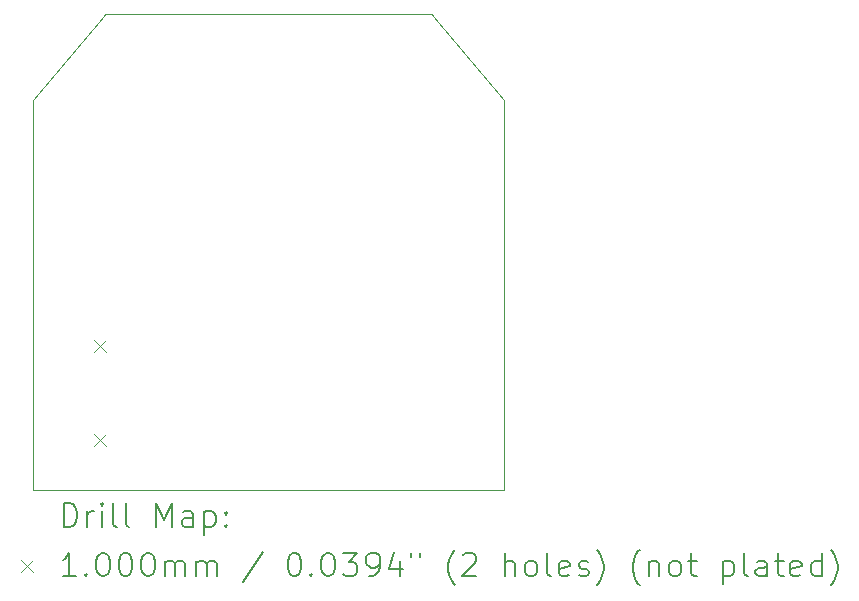
<source format=gbr>
%TF.GenerationSoftware,KiCad,Pcbnew,9.0.5*%
%TF.CreationDate,2025-12-02T21:38:52+01:00*%
%TF.ProjectId,ToyBoard,546f7942-6f61-4726-942e-6b696361645f,rev?*%
%TF.SameCoordinates,Original*%
%TF.FileFunction,Drillmap*%
%TF.FilePolarity,Positive*%
%FSLAX45Y45*%
G04 Gerber Fmt 4.5, Leading zero omitted, Abs format (unit mm)*
G04 Created by KiCad (PCBNEW 9.0.5) date 2025-12-02 21:38:52*
%MOMM*%
%LPD*%
G01*
G04 APERTURE LIST*
%ADD10C,0.038100*%
%ADD11C,0.200000*%
%ADD12C,0.100000*%
G04 APERTURE END LIST*
D10*
X12310000Y-9370000D02*
X12320000Y-9360000D01*
X15100000Y-9370000D02*
X15090000Y-9360000D01*
X11710000Y-13385800D02*
X15697200Y-13385800D01*
X15090000Y-9360000D02*
X12320000Y-9360000D01*
X15697200Y-13385800D02*
X15697200Y-10083800D01*
X11710000Y-10084176D02*
X11710000Y-13385800D01*
X11710000Y-10084176D02*
X12310000Y-9370000D01*
X15697200Y-10083800D02*
X15100000Y-9370000D01*
D11*
D12*
X12223400Y-12116400D02*
X12323400Y-12216400D01*
X12323400Y-12116400D02*
X12223400Y-12216400D01*
X12223400Y-12916400D02*
X12323400Y-13016400D01*
X12323400Y-12916400D02*
X12223400Y-13016400D01*
D11*
X11968872Y-13699189D02*
X11968872Y-13499189D01*
X11968872Y-13499189D02*
X12016491Y-13499189D01*
X12016491Y-13499189D02*
X12045062Y-13508713D01*
X12045062Y-13508713D02*
X12064110Y-13527760D01*
X12064110Y-13527760D02*
X12073634Y-13546808D01*
X12073634Y-13546808D02*
X12083157Y-13584903D01*
X12083157Y-13584903D02*
X12083157Y-13613474D01*
X12083157Y-13613474D02*
X12073634Y-13651570D01*
X12073634Y-13651570D02*
X12064110Y-13670617D01*
X12064110Y-13670617D02*
X12045062Y-13689665D01*
X12045062Y-13689665D02*
X12016491Y-13699189D01*
X12016491Y-13699189D02*
X11968872Y-13699189D01*
X12168872Y-13699189D02*
X12168872Y-13565855D01*
X12168872Y-13603951D02*
X12178396Y-13584903D01*
X12178396Y-13584903D02*
X12187919Y-13575379D01*
X12187919Y-13575379D02*
X12206967Y-13565855D01*
X12206967Y-13565855D02*
X12226015Y-13565855D01*
X12292681Y-13699189D02*
X12292681Y-13565855D01*
X12292681Y-13499189D02*
X12283157Y-13508713D01*
X12283157Y-13508713D02*
X12292681Y-13518236D01*
X12292681Y-13518236D02*
X12302205Y-13508713D01*
X12302205Y-13508713D02*
X12292681Y-13499189D01*
X12292681Y-13499189D02*
X12292681Y-13518236D01*
X12416491Y-13699189D02*
X12397443Y-13689665D01*
X12397443Y-13689665D02*
X12387919Y-13670617D01*
X12387919Y-13670617D02*
X12387919Y-13499189D01*
X12521253Y-13699189D02*
X12502205Y-13689665D01*
X12502205Y-13689665D02*
X12492681Y-13670617D01*
X12492681Y-13670617D02*
X12492681Y-13499189D01*
X12749824Y-13699189D02*
X12749824Y-13499189D01*
X12749824Y-13499189D02*
X12816491Y-13642046D01*
X12816491Y-13642046D02*
X12883157Y-13499189D01*
X12883157Y-13499189D02*
X12883157Y-13699189D01*
X13064110Y-13699189D02*
X13064110Y-13594427D01*
X13064110Y-13594427D02*
X13054586Y-13575379D01*
X13054586Y-13575379D02*
X13035538Y-13565855D01*
X13035538Y-13565855D02*
X12997443Y-13565855D01*
X12997443Y-13565855D02*
X12978396Y-13575379D01*
X13064110Y-13689665D02*
X13045062Y-13699189D01*
X13045062Y-13699189D02*
X12997443Y-13699189D01*
X12997443Y-13699189D02*
X12978396Y-13689665D01*
X12978396Y-13689665D02*
X12968872Y-13670617D01*
X12968872Y-13670617D02*
X12968872Y-13651570D01*
X12968872Y-13651570D02*
X12978396Y-13632522D01*
X12978396Y-13632522D02*
X12997443Y-13622998D01*
X12997443Y-13622998D02*
X13045062Y-13622998D01*
X13045062Y-13622998D02*
X13064110Y-13613474D01*
X13159348Y-13565855D02*
X13159348Y-13765855D01*
X13159348Y-13575379D02*
X13178396Y-13565855D01*
X13178396Y-13565855D02*
X13216491Y-13565855D01*
X13216491Y-13565855D02*
X13235538Y-13575379D01*
X13235538Y-13575379D02*
X13245062Y-13584903D01*
X13245062Y-13584903D02*
X13254586Y-13603951D01*
X13254586Y-13603951D02*
X13254586Y-13661093D01*
X13254586Y-13661093D02*
X13245062Y-13680141D01*
X13245062Y-13680141D02*
X13235538Y-13689665D01*
X13235538Y-13689665D02*
X13216491Y-13699189D01*
X13216491Y-13699189D02*
X13178396Y-13699189D01*
X13178396Y-13699189D02*
X13159348Y-13689665D01*
X13340300Y-13680141D02*
X13349824Y-13689665D01*
X13349824Y-13689665D02*
X13340300Y-13699189D01*
X13340300Y-13699189D02*
X13330777Y-13689665D01*
X13330777Y-13689665D02*
X13340300Y-13680141D01*
X13340300Y-13680141D02*
X13340300Y-13699189D01*
X13340300Y-13575379D02*
X13349824Y-13584903D01*
X13349824Y-13584903D02*
X13340300Y-13594427D01*
X13340300Y-13594427D02*
X13330777Y-13584903D01*
X13330777Y-13584903D02*
X13340300Y-13575379D01*
X13340300Y-13575379D02*
X13340300Y-13594427D01*
D12*
X11608095Y-13977705D02*
X11708095Y-14077705D01*
X11708095Y-13977705D02*
X11608095Y-14077705D01*
D11*
X12073634Y-14119189D02*
X11959348Y-14119189D01*
X12016491Y-14119189D02*
X12016491Y-13919189D01*
X12016491Y-13919189D02*
X11997443Y-13947760D01*
X11997443Y-13947760D02*
X11978396Y-13966808D01*
X11978396Y-13966808D02*
X11959348Y-13976332D01*
X12159348Y-14100141D02*
X12168872Y-14109665D01*
X12168872Y-14109665D02*
X12159348Y-14119189D01*
X12159348Y-14119189D02*
X12149824Y-14109665D01*
X12149824Y-14109665D02*
X12159348Y-14100141D01*
X12159348Y-14100141D02*
X12159348Y-14119189D01*
X12292681Y-13919189D02*
X12311729Y-13919189D01*
X12311729Y-13919189D02*
X12330777Y-13928713D01*
X12330777Y-13928713D02*
X12340300Y-13938236D01*
X12340300Y-13938236D02*
X12349824Y-13957284D01*
X12349824Y-13957284D02*
X12359348Y-13995379D01*
X12359348Y-13995379D02*
X12359348Y-14042998D01*
X12359348Y-14042998D02*
X12349824Y-14081093D01*
X12349824Y-14081093D02*
X12340300Y-14100141D01*
X12340300Y-14100141D02*
X12330777Y-14109665D01*
X12330777Y-14109665D02*
X12311729Y-14119189D01*
X12311729Y-14119189D02*
X12292681Y-14119189D01*
X12292681Y-14119189D02*
X12273634Y-14109665D01*
X12273634Y-14109665D02*
X12264110Y-14100141D01*
X12264110Y-14100141D02*
X12254586Y-14081093D01*
X12254586Y-14081093D02*
X12245062Y-14042998D01*
X12245062Y-14042998D02*
X12245062Y-13995379D01*
X12245062Y-13995379D02*
X12254586Y-13957284D01*
X12254586Y-13957284D02*
X12264110Y-13938236D01*
X12264110Y-13938236D02*
X12273634Y-13928713D01*
X12273634Y-13928713D02*
X12292681Y-13919189D01*
X12483157Y-13919189D02*
X12502205Y-13919189D01*
X12502205Y-13919189D02*
X12521253Y-13928713D01*
X12521253Y-13928713D02*
X12530777Y-13938236D01*
X12530777Y-13938236D02*
X12540300Y-13957284D01*
X12540300Y-13957284D02*
X12549824Y-13995379D01*
X12549824Y-13995379D02*
X12549824Y-14042998D01*
X12549824Y-14042998D02*
X12540300Y-14081093D01*
X12540300Y-14081093D02*
X12530777Y-14100141D01*
X12530777Y-14100141D02*
X12521253Y-14109665D01*
X12521253Y-14109665D02*
X12502205Y-14119189D01*
X12502205Y-14119189D02*
X12483157Y-14119189D01*
X12483157Y-14119189D02*
X12464110Y-14109665D01*
X12464110Y-14109665D02*
X12454586Y-14100141D01*
X12454586Y-14100141D02*
X12445062Y-14081093D01*
X12445062Y-14081093D02*
X12435538Y-14042998D01*
X12435538Y-14042998D02*
X12435538Y-13995379D01*
X12435538Y-13995379D02*
X12445062Y-13957284D01*
X12445062Y-13957284D02*
X12454586Y-13938236D01*
X12454586Y-13938236D02*
X12464110Y-13928713D01*
X12464110Y-13928713D02*
X12483157Y-13919189D01*
X12673634Y-13919189D02*
X12692681Y-13919189D01*
X12692681Y-13919189D02*
X12711729Y-13928713D01*
X12711729Y-13928713D02*
X12721253Y-13938236D01*
X12721253Y-13938236D02*
X12730777Y-13957284D01*
X12730777Y-13957284D02*
X12740300Y-13995379D01*
X12740300Y-13995379D02*
X12740300Y-14042998D01*
X12740300Y-14042998D02*
X12730777Y-14081093D01*
X12730777Y-14081093D02*
X12721253Y-14100141D01*
X12721253Y-14100141D02*
X12711729Y-14109665D01*
X12711729Y-14109665D02*
X12692681Y-14119189D01*
X12692681Y-14119189D02*
X12673634Y-14119189D01*
X12673634Y-14119189D02*
X12654586Y-14109665D01*
X12654586Y-14109665D02*
X12645062Y-14100141D01*
X12645062Y-14100141D02*
X12635538Y-14081093D01*
X12635538Y-14081093D02*
X12626015Y-14042998D01*
X12626015Y-14042998D02*
X12626015Y-13995379D01*
X12626015Y-13995379D02*
X12635538Y-13957284D01*
X12635538Y-13957284D02*
X12645062Y-13938236D01*
X12645062Y-13938236D02*
X12654586Y-13928713D01*
X12654586Y-13928713D02*
X12673634Y-13919189D01*
X12826015Y-14119189D02*
X12826015Y-13985855D01*
X12826015Y-14004903D02*
X12835538Y-13995379D01*
X12835538Y-13995379D02*
X12854586Y-13985855D01*
X12854586Y-13985855D02*
X12883158Y-13985855D01*
X12883158Y-13985855D02*
X12902205Y-13995379D01*
X12902205Y-13995379D02*
X12911729Y-14014427D01*
X12911729Y-14014427D02*
X12911729Y-14119189D01*
X12911729Y-14014427D02*
X12921253Y-13995379D01*
X12921253Y-13995379D02*
X12940300Y-13985855D01*
X12940300Y-13985855D02*
X12968872Y-13985855D01*
X12968872Y-13985855D02*
X12987919Y-13995379D01*
X12987919Y-13995379D02*
X12997443Y-14014427D01*
X12997443Y-14014427D02*
X12997443Y-14119189D01*
X13092681Y-14119189D02*
X13092681Y-13985855D01*
X13092681Y-14004903D02*
X13102205Y-13995379D01*
X13102205Y-13995379D02*
X13121253Y-13985855D01*
X13121253Y-13985855D02*
X13149824Y-13985855D01*
X13149824Y-13985855D02*
X13168872Y-13995379D01*
X13168872Y-13995379D02*
X13178396Y-14014427D01*
X13178396Y-14014427D02*
X13178396Y-14119189D01*
X13178396Y-14014427D02*
X13187919Y-13995379D01*
X13187919Y-13995379D02*
X13206967Y-13985855D01*
X13206967Y-13985855D02*
X13235538Y-13985855D01*
X13235538Y-13985855D02*
X13254586Y-13995379D01*
X13254586Y-13995379D02*
X13264110Y-14014427D01*
X13264110Y-14014427D02*
X13264110Y-14119189D01*
X13654586Y-13909665D02*
X13483158Y-14166808D01*
X13911729Y-13919189D02*
X13930777Y-13919189D01*
X13930777Y-13919189D02*
X13949824Y-13928713D01*
X13949824Y-13928713D02*
X13959348Y-13938236D01*
X13959348Y-13938236D02*
X13968872Y-13957284D01*
X13968872Y-13957284D02*
X13978396Y-13995379D01*
X13978396Y-13995379D02*
X13978396Y-14042998D01*
X13978396Y-14042998D02*
X13968872Y-14081093D01*
X13968872Y-14081093D02*
X13959348Y-14100141D01*
X13959348Y-14100141D02*
X13949824Y-14109665D01*
X13949824Y-14109665D02*
X13930777Y-14119189D01*
X13930777Y-14119189D02*
X13911729Y-14119189D01*
X13911729Y-14119189D02*
X13892681Y-14109665D01*
X13892681Y-14109665D02*
X13883158Y-14100141D01*
X13883158Y-14100141D02*
X13873634Y-14081093D01*
X13873634Y-14081093D02*
X13864110Y-14042998D01*
X13864110Y-14042998D02*
X13864110Y-13995379D01*
X13864110Y-13995379D02*
X13873634Y-13957284D01*
X13873634Y-13957284D02*
X13883158Y-13938236D01*
X13883158Y-13938236D02*
X13892681Y-13928713D01*
X13892681Y-13928713D02*
X13911729Y-13919189D01*
X14064110Y-14100141D02*
X14073634Y-14109665D01*
X14073634Y-14109665D02*
X14064110Y-14119189D01*
X14064110Y-14119189D02*
X14054586Y-14109665D01*
X14054586Y-14109665D02*
X14064110Y-14100141D01*
X14064110Y-14100141D02*
X14064110Y-14119189D01*
X14197443Y-13919189D02*
X14216491Y-13919189D01*
X14216491Y-13919189D02*
X14235539Y-13928713D01*
X14235539Y-13928713D02*
X14245062Y-13938236D01*
X14245062Y-13938236D02*
X14254586Y-13957284D01*
X14254586Y-13957284D02*
X14264110Y-13995379D01*
X14264110Y-13995379D02*
X14264110Y-14042998D01*
X14264110Y-14042998D02*
X14254586Y-14081093D01*
X14254586Y-14081093D02*
X14245062Y-14100141D01*
X14245062Y-14100141D02*
X14235539Y-14109665D01*
X14235539Y-14109665D02*
X14216491Y-14119189D01*
X14216491Y-14119189D02*
X14197443Y-14119189D01*
X14197443Y-14119189D02*
X14178396Y-14109665D01*
X14178396Y-14109665D02*
X14168872Y-14100141D01*
X14168872Y-14100141D02*
X14159348Y-14081093D01*
X14159348Y-14081093D02*
X14149824Y-14042998D01*
X14149824Y-14042998D02*
X14149824Y-13995379D01*
X14149824Y-13995379D02*
X14159348Y-13957284D01*
X14159348Y-13957284D02*
X14168872Y-13938236D01*
X14168872Y-13938236D02*
X14178396Y-13928713D01*
X14178396Y-13928713D02*
X14197443Y-13919189D01*
X14330777Y-13919189D02*
X14454586Y-13919189D01*
X14454586Y-13919189D02*
X14387920Y-13995379D01*
X14387920Y-13995379D02*
X14416491Y-13995379D01*
X14416491Y-13995379D02*
X14435539Y-14004903D01*
X14435539Y-14004903D02*
X14445062Y-14014427D01*
X14445062Y-14014427D02*
X14454586Y-14033474D01*
X14454586Y-14033474D02*
X14454586Y-14081093D01*
X14454586Y-14081093D02*
X14445062Y-14100141D01*
X14445062Y-14100141D02*
X14435539Y-14109665D01*
X14435539Y-14109665D02*
X14416491Y-14119189D01*
X14416491Y-14119189D02*
X14359348Y-14119189D01*
X14359348Y-14119189D02*
X14340301Y-14109665D01*
X14340301Y-14109665D02*
X14330777Y-14100141D01*
X14549824Y-14119189D02*
X14587920Y-14119189D01*
X14587920Y-14119189D02*
X14606967Y-14109665D01*
X14606967Y-14109665D02*
X14616491Y-14100141D01*
X14616491Y-14100141D02*
X14635539Y-14071570D01*
X14635539Y-14071570D02*
X14645062Y-14033474D01*
X14645062Y-14033474D02*
X14645062Y-13957284D01*
X14645062Y-13957284D02*
X14635539Y-13938236D01*
X14635539Y-13938236D02*
X14626015Y-13928713D01*
X14626015Y-13928713D02*
X14606967Y-13919189D01*
X14606967Y-13919189D02*
X14568872Y-13919189D01*
X14568872Y-13919189D02*
X14549824Y-13928713D01*
X14549824Y-13928713D02*
X14540301Y-13938236D01*
X14540301Y-13938236D02*
X14530777Y-13957284D01*
X14530777Y-13957284D02*
X14530777Y-14004903D01*
X14530777Y-14004903D02*
X14540301Y-14023951D01*
X14540301Y-14023951D02*
X14549824Y-14033474D01*
X14549824Y-14033474D02*
X14568872Y-14042998D01*
X14568872Y-14042998D02*
X14606967Y-14042998D01*
X14606967Y-14042998D02*
X14626015Y-14033474D01*
X14626015Y-14033474D02*
X14635539Y-14023951D01*
X14635539Y-14023951D02*
X14645062Y-14004903D01*
X14816491Y-13985855D02*
X14816491Y-14119189D01*
X14768872Y-13909665D02*
X14721253Y-14052522D01*
X14721253Y-14052522D02*
X14845062Y-14052522D01*
X14911729Y-13919189D02*
X14911729Y-13957284D01*
X14987920Y-13919189D02*
X14987920Y-13957284D01*
X15283158Y-14195379D02*
X15273634Y-14185855D01*
X15273634Y-14185855D02*
X15254586Y-14157284D01*
X15254586Y-14157284D02*
X15245063Y-14138236D01*
X15245063Y-14138236D02*
X15235539Y-14109665D01*
X15235539Y-14109665D02*
X15226015Y-14062046D01*
X15226015Y-14062046D02*
X15226015Y-14023951D01*
X15226015Y-14023951D02*
X15235539Y-13976332D01*
X15235539Y-13976332D02*
X15245063Y-13947760D01*
X15245063Y-13947760D02*
X15254586Y-13928713D01*
X15254586Y-13928713D02*
X15273634Y-13900141D01*
X15273634Y-13900141D02*
X15283158Y-13890617D01*
X15349824Y-13938236D02*
X15359348Y-13928713D01*
X15359348Y-13928713D02*
X15378396Y-13919189D01*
X15378396Y-13919189D02*
X15426015Y-13919189D01*
X15426015Y-13919189D02*
X15445063Y-13928713D01*
X15445063Y-13928713D02*
X15454586Y-13938236D01*
X15454586Y-13938236D02*
X15464110Y-13957284D01*
X15464110Y-13957284D02*
X15464110Y-13976332D01*
X15464110Y-13976332D02*
X15454586Y-14004903D01*
X15454586Y-14004903D02*
X15340301Y-14119189D01*
X15340301Y-14119189D02*
X15464110Y-14119189D01*
X15702205Y-14119189D02*
X15702205Y-13919189D01*
X15787920Y-14119189D02*
X15787920Y-14014427D01*
X15787920Y-14014427D02*
X15778396Y-13995379D01*
X15778396Y-13995379D02*
X15759348Y-13985855D01*
X15759348Y-13985855D02*
X15730777Y-13985855D01*
X15730777Y-13985855D02*
X15711729Y-13995379D01*
X15711729Y-13995379D02*
X15702205Y-14004903D01*
X15911729Y-14119189D02*
X15892682Y-14109665D01*
X15892682Y-14109665D02*
X15883158Y-14100141D01*
X15883158Y-14100141D02*
X15873634Y-14081093D01*
X15873634Y-14081093D02*
X15873634Y-14023951D01*
X15873634Y-14023951D02*
X15883158Y-14004903D01*
X15883158Y-14004903D02*
X15892682Y-13995379D01*
X15892682Y-13995379D02*
X15911729Y-13985855D01*
X15911729Y-13985855D02*
X15940301Y-13985855D01*
X15940301Y-13985855D02*
X15959348Y-13995379D01*
X15959348Y-13995379D02*
X15968872Y-14004903D01*
X15968872Y-14004903D02*
X15978396Y-14023951D01*
X15978396Y-14023951D02*
X15978396Y-14081093D01*
X15978396Y-14081093D02*
X15968872Y-14100141D01*
X15968872Y-14100141D02*
X15959348Y-14109665D01*
X15959348Y-14109665D02*
X15940301Y-14119189D01*
X15940301Y-14119189D02*
X15911729Y-14119189D01*
X16092682Y-14119189D02*
X16073634Y-14109665D01*
X16073634Y-14109665D02*
X16064110Y-14090617D01*
X16064110Y-14090617D02*
X16064110Y-13919189D01*
X16245063Y-14109665D02*
X16226015Y-14119189D01*
X16226015Y-14119189D02*
X16187920Y-14119189D01*
X16187920Y-14119189D02*
X16168872Y-14109665D01*
X16168872Y-14109665D02*
X16159348Y-14090617D01*
X16159348Y-14090617D02*
X16159348Y-14014427D01*
X16159348Y-14014427D02*
X16168872Y-13995379D01*
X16168872Y-13995379D02*
X16187920Y-13985855D01*
X16187920Y-13985855D02*
X16226015Y-13985855D01*
X16226015Y-13985855D02*
X16245063Y-13995379D01*
X16245063Y-13995379D02*
X16254586Y-14014427D01*
X16254586Y-14014427D02*
X16254586Y-14033474D01*
X16254586Y-14033474D02*
X16159348Y-14052522D01*
X16330777Y-14109665D02*
X16349825Y-14119189D01*
X16349825Y-14119189D02*
X16387920Y-14119189D01*
X16387920Y-14119189D02*
X16406967Y-14109665D01*
X16406967Y-14109665D02*
X16416491Y-14090617D01*
X16416491Y-14090617D02*
X16416491Y-14081093D01*
X16416491Y-14081093D02*
X16406967Y-14062046D01*
X16406967Y-14062046D02*
X16387920Y-14052522D01*
X16387920Y-14052522D02*
X16359348Y-14052522D01*
X16359348Y-14052522D02*
X16340301Y-14042998D01*
X16340301Y-14042998D02*
X16330777Y-14023951D01*
X16330777Y-14023951D02*
X16330777Y-14014427D01*
X16330777Y-14014427D02*
X16340301Y-13995379D01*
X16340301Y-13995379D02*
X16359348Y-13985855D01*
X16359348Y-13985855D02*
X16387920Y-13985855D01*
X16387920Y-13985855D02*
X16406967Y-13995379D01*
X16483158Y-14195379D02*
X16492682Y-14185855D01*
X16492682Y-14185855D02*
X16511729Y-14157284D01*
X16511729Y-14157284D02*
X16521253Y-14138236D01*
X16521253Y-14138236D02*
X16530777Y-14109665D01*
X16530777Y-14109665D02*
X16540301Y-14062046D01*
X16540301Y-14062046D02*
X16540301Y-14023951D01*
X16540301Y-14023951D02*
X16530777Y-13976332D01*
X16530777Y-13976332D02*
X16521253Y-13947760D01*
X16521253Y-13947760D02*
X16511729Y-13928713D01*
X16511729Y-13928713D02*
X16492682Y-13900141D01*
X16492682Y-13900141D02*
X16483158Y-13890617D01*
X16845063Y-14195379D02*
X16835539Y-14185855D01*
X16835539Y-14185855D02*
X16816491Y-14157284D01*
X16816491Y-14157284D02*
X16806968Y-14138236D01*
X16806968Y-14138236D02*
X16797444Y-14109665D01*
X16797444Y-14109665D02*
X16787920Y-14062046D01*
X16787920Y-14062046D02*
X16787920Y-14023951D01*
X16787920Y-14023951D02*
X16797444Y-13976332D01*
X16797444Y-13976332D02*
X16806968Y-13947760D01*
X16806968Y-13947760D02*
X16816491Y-13928713D01*
X16816491Y-13928713D02*
X16835539Y-13900141D01*
X16835539Y-13900141D02*
X16845063Y-13890617D01*
X16921253Y-13985855D02*
X16921253Y-14119189D01*
X16921253Y-14004903D02*
X16930777Y-13995379D01*
X16930777Y-13995379D02*
X16949825Y-13985855D01*
X16949825Y-13985855D02*
X16978396Y-13985855D01*
X16978396Y-13985855D02*
X16997444Y-13995379D01*
X16997444Y-13995379D02*
X17006968Y-14014427D01*
X17006968Y-14014427D02*
X17006968Y-14119189D01*
X17130777Y-14119189D02*
X17111729Y-14109665D01*
X17111729Y-14109665D02*
X17102206Y-14100141D01*
X17102206Y-14100141D02*
X17092682Y-14081093D01*
X17092682Y-14081093D02*
X17092682Y-14023951D01*
X17092682Y-14023951D02*
X17102206Y-14004903D01*
X17102206Y-14004903D02*
X17111729Y-13995379D01*
X17111729Y-13995379D02*
X17130777Y-13985855D01*
X17130777Y-13985855D02*
X17159349Y-13985855D01*
X17159349Y-13985855D02*
X17178396Y-13995379D01*
X17178396Y-13995379D02*
X17187920Y-14004903D01*
X17187920Y-14004903D02*
X17197444Y-14023951D01*
X17197444Y-14023951D02*
X17197444Y-14081093D01*
X17197444Y-14081093D02*
X17187920Y-14100141D01*
X17187920Y-14100141D02*
X17178396Y-14109665D01*
X17178396Y-14109665D02*
X17159349Y-14119189D01*
X17159349Y-14119189D02*
X17130777Y-14119189D01*
X17254587Y-13985855D02*
X17330777Y-13985855D01*
X17283158Y-13919189D02*
X17283158Y-14090617D01*
X17283158Y-14090617D02*
X17292682Y-14109665D01*
X17292682Y-14109665D02*
X17311729Y-14119189D01*
X17311729Y-14119189D02*
X17330777Y-14119189D01*
X17549825Y-13985855D02*
X17549825Y-14185855D01*
X17549825Y-13995379D02*
X17568872Y-13985855D01*
X17568872Y-13985855D02*
X17606968Y-13985855D01*
X17606968Y-13985855D02*
X17626015Y-13995379D01*
X17626015Y-13995379D02*
X17635539Y-14004903D01*
X17635539Y-14004903D02*
X17645063Y-14023951D01*
X17645063Y-14023951D02*
X17645063Y-14081093D01*
X17645063Y-14081093D02*
X17635539Y-14100141D01*
X17635539Y-14100141D02*
X17626015Y-14109665D01*
X17626015Y-14109665D02*
X17606968Y-14119189D01*
X17606968Y-14119189D02*
X17568872Y-14119189D01*
X17568872Y-14119189D02*
X17549825Y-14109665D01*
X17759349Y-14119189D02*
X17740301Y-14109665D01*
X17740301Y-14109665D02*
X17730777Y-14090617D01*
X17730777Y-14090617D02*
X17730777Y-13919189D01*
X17921253Y-14119189D02*
X17921253Y-14014427D01*
X17921253Y-14014427D02*
X17911730Y-13995379D01*
X17911730Y-13995379D02*
X17892682Y-13985855D01*
X17892682Y-13985855D02*
X17854587Y-13985855D01*
X17854587Y-13985855D02*
X17835539Y-13995379D01*
X17921253Y-14109665D02*
X17902206Y-14119189D01*
X17902206Y-14119189D02*
X17854587Y-14119189D01*
X17854587Y-14119189D02*
X17835539Y-14109665D01*
X17835539Y-14109665D02*
X17826015Y-14090617D01*
X17826015Y-14090617D02*
X17826015Y-14071570D01*
X17826015Y-14071570D02*
X17835539Y-14052522D01*
X17835539Y-14052522D02*
X17854587Y-14042998D01*
X17854587Y-14042998D02*
X17902206Y-14042998D01*
X17902206Y-14042998D02*
X17921253Y-14033474D01*
X17987920Y-13985855D02*
X18064110Y-13985855D01*
X18016491Y-13919189D02*
X18016491Y-14090617D01*
X18016491Y-14090617D02*
X18026015Y-14109665D01*
X18026015Y-14109665D02*
X18045063Y-14119189D01*
X18045063Y-14119189D02*
X18064110Y-14119189D01*
X18206968Y-14109665D02*
X18187920Y-14119189D01*
X18187920Y-14119189D02*
X18149825Y-14119189D01*
X18149825Y-14119189D02*
X18130777Y-14109665D01*
X18130777Y-14109665D02*
X18121253Y-14090617D01*
X18121253Y-14090617D02*
X18121253Y-14014427D01*
X18121253Y-14014427D02*
X18130777Y-13995379D01*
X18130777Y-13995379D02*
X18149825Y-13985855D01*
X18149825Y-13985855D02*
X18187920Y-13985855D01*
X18187920Y-13985855D02*
X18206968Y-13995379D01*
X18206968Y-13995379D02*
X18216491Y-14014427D01*
X18216491Y-14014427D02*
X18216491Y-14033474D01*
X18216491Y-14033474D02*
X18121253Y-14052522D01*
X18387920Y-14119189D02*
X18387920Y-13919189D01*
X18387920Y-14109665D02*
X18368872Y-14119189D01*
X18368872Y-14119189D02*
X18330777Y-14119189D01*
X18330777Y-14119189D02*
X18311730Y-14109665D01*
X18311730Y-14109665D02*
X18302206Y-14100141D01*
X18302206Y-14100141D02*
X18292682Y-14081093D01*
X18292682Y-14081093D02*
X18292682Y-14023951D01*
X18292682Y-14023951D02*
X18302206Y-14004903D01*
X18302206Y-14004903D02*
X18311730Y-13995379D01*
X18311730Y-13995379D02*
X18330777Y-13985855D01*
X18330777Y-13985855D02*
X18368872Y-13985855D01*
X18368872Y-13985855D02*
X18387920Y-13995379D01*
X18464111Y-14195379D02*
X18473634Y-14185855D01*
X18473634Y-14185855D02*
X18492682Y-14157284D01*
X18492682Y-14157284D02*
X18502206Y-14138236D01*
X18502206Y-14138236D02*
X18511730Y-14109665D01*
X18511730Y-14109665D02*
X18521253Y-14062046D01*
X18521253Y-14062046D02*
X18521253Y-14023951D01*
X18521253Y-14023951D02*
X18511730Y-13976332D01*
X18511730Y-13976332D02*
X18502206Y-13947760D01*
X18502206Y-13947760D02*
X18492682Y-13928713D01*
X18492682Y-13928713D02*
X18473634Y-13900141D01*
X18473634Y-13900141D02*
X18464111Y-13890617D01*
M02*

</source>
